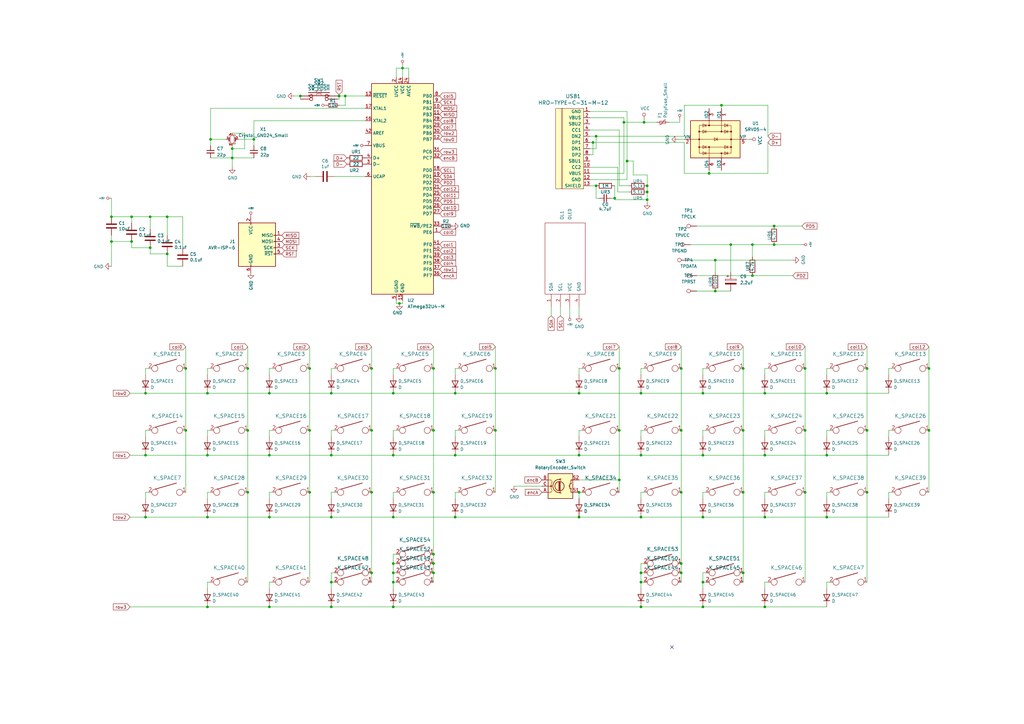
<source format=kicad_sch>
(kicad_sch (version 20230121) (generator eeschema)
  (paper "A3")
  (junction (at 101.6 201.93))
  (junction (at 243.205 58.42))
  (junction (at 161.29 248.92))
  (junction (at 177.8 176.53))
  (junction (at 255.905 50.165))
  (junction (at 152.4 151.13))
  (junction (at 45.72 88.9))
  (junction (at 279.4 201.93))
  (junction (at 265.43 76.2))
  (junction (at 110.49 212.09))
  (junction (at 123.19 39.37))
  (junction (at 163.83 124.46))
  (junction (at 161.29 231.14))
  (junction (at 262.89 212.09))
  (junction (at 317.5 92.71))
  (junction (at 186.69 186.69))
  (junction (at 339.09 212.09))
  (junction (at 135.89 186.69))
  (junction (at 139.065 39.37))
  (junction (at 308.61 100.33))
  (junction (at 254 196.85))
  (junction (at 76.2 176.53))
  (junction (at 85.09 212.09))
  (junction (at 304.8 201.93))
  (junction (at 161.29 212.09))
  (junction (at 203.2 151.13))
  (junction (at 288.29 212.09))
  (junction (at 127 151.13))
  (junction (at 61.595 88.9))
  (junction (at 53.975 88.9))
  (junction (at 85.09 161.29))
  (junction (at 313.69 161.29))
  (junction (at 110.49 161.29))
  (junction (at 203.2 176.53))
  (junction (at 288.29 238.76))
  (junction (at 59.69 212.09))
  (junction (at 313.69 212.09))
  (junction (at 59.69 186.69))
  (junction (at 262.89 161.29))
  (junction (at 313.69 248.92))
  (junction (at 165.1 27.94))
  (junction (at 59.69 161.29))
  (junction (at 293.37 119.38))
  (junction (at 152.4 176.53))
  (junction (at 95.25 64.77))
  (junction (at 152.4 201.93))
  (junction (at 381 176.53))
  (junction (at 339.09 161.29))
  (junction (at 135.89 212.09))
  (junction (at 237.49 161.29))
  (junction (at 381 151.13))
  (junction (at 237.49 201.93))
  (junction (at 288.29 248.92))
  (junction (at 244.475 76.2))
  (junction (at 68.58 104.14))
  (junction (at 53.975 99.06))
  (junction (at 252.095 81.28))
  (junction (at 161.29 238.76))
  (junction (at 110.49 248.92))
  (junction (at 293.37 106.68))
  (junction (at 288.29 186.69))
  (junction (at 330.2 201.93))
  (junction (at 86.36 57.15))
  (junction (at 295.91 43.18))
  (junction (at 141.605 39.37))
  (junction (at 265.43 81.915))
  (junction (at 355.6 176.53))
  (junction (at 68.58 88.9))
  (junction (at 313.69 186.69))
  (junction (at 290.83 71.12))
  (junction (at 135.89 161.29))
  (junction (at 186.69 212.09))
  (junction (at 101.6 176.53))
  (junction (at 265.43 78.74))
  (junction (at 135.89 238.76))
  (junction (at 135.89 248.92))
  (junction (at 61.595 101.6))
  (junction (at 257.175 66.04))
  (junction (at 110.49 186.69))
  (junction (at 177.8 231.14))
  (junction (at 279.4 231.14))
  (junction (at 45.72 99.06))
  (junction (at 85.09 186.69))
  (junction (at 262.89 186.69))
  (junction (at 330.2 151.13))
  (junction (at 304.8 151.13))
  (junction (at 76.2 151.13))
  (junction (at 254 151.13))
  (junction (at 262.89 238.76))
  (junction (at 288.29 161.29))
  (junction (at 262.89 248.92))
  (junction (at 177.8 234.95))
  (junction (at 127 201.93))
  (junction (at 304.8 176.53))
  (junction (at 317.5 100.33))
  (junction (at 262.89 234.95))
  (junction (at 186.69 161.29))
  (junction (at 299.72 100.33))
  (junction (at 177.8 151.13))
  (junction (at 161.29 161.29))
  (junction (at 127 176.53))
  (junction (at 330.2 176.53))
  (junction (at 161.29 186.69))
  (junction (at 279.4 176.53))
  (junction (at 177.8 227.33))
  (junction (at 279.4 151.13))
  (junction (at 95.25 60.96))
  (junction (at 264.16 50.165))
  (junction (at 161.29 234.95))
  (junction (at 152.4 234.95))
  (junction (at 104.14 57.15))
  (junction (at 339.09 186.69))
  (junction (at 85.09 248.92))
  (junction (at 101.6 151.13))
  (junction (at 254 176.53))
  (junction (at 279.4 234.95))
  (junction (at 304.8 234.95))
  (junction (at 237.49 212.09))
  (junction (at 355.6 201.93))
  (junction (at 308.61 113.03))
  (junction (at 355.6 151.13))
  (junction (at 177.8 201.93))
  (junction (at 244.475 55.88))
  (junction (at 237.49 186.69))
  (no_connect (at 275.59 265.43))
  (wire (pts (xy 95.25 64.77) (xy 104.14 64.77)))
  (wire (pts (xy 304.8 176.53) (xy 304.8 151.13)))
  (wire (pts (xy 104.14 59.69) (xy 104.14 57.15)))
  (wire (pts (xy 161.29 186.69) (xy 186.69 186.69)))
  (wire (pts (xy 104.14 57.15) (xy 104.14 49.53)))
  (wire (pts (xy 280.67 43.18) (xy 280.67 55.88)))
  (wire (pts (xy 135.89 201.93) (xy 135.89 204.47)))
  (wire (pts (xy 283.21 100.33) (xy 299.72 100.33)))
  (wire (pts (xy 161.29 227.33) (xy 161.29 231.14)))
  (wire (pts (xy 241.935 55.88) (xy 244.475 55.88)))
  (wire (pts (xy 86.36 176.53) (xy 85.09 176.53)))
  (wire (pts (xy 110.49 186.69) (xy 135.89 186.69)))
  (wire (pts (xy 162.56 31.75) (xy 162.56 27.94)))
  (wire (pts (xy 308.61 100.33) (xy 308.61 105.41)))
  (wire (pts (xy 53.975 91.44) (xy 53.975 88.9)))
  (wire (pts (xy 279.4 201.93) (xy 279.4 231.14)))
  (wire (pts (xy 53.34 161.29) (xy 59.69 161.29)))
  (wire (pts (xy 313.69 176.53) (xy 313.69 179.07)))
  (wire (pts (xy 59.69 201.93) (xy 60.96 201.93)))
  (wire (pts (xy 85.09 176.53) (xy 85.09 179.07)))
  (wire (pts (xy 45.72 96.52) (xy 45.72 99.06)))
  (wire (pts (xy 95.25 59.69) (xy 95.25 60.96)))
  (wire (pts (xy 250.825 81.28) (xy 252.095 81.28)))
  (wire (pts (xy 265.43 78.74) (xy 265.43 76.2)))
  (wire (pts (xy 330.2 142.24) (xy 330.2 151.13)))
  (wire (pts (xy 339.09 238.76) (xy 339.09 241.3)))
  (wire (pts (xy 274.32 50.165) (xy 278.765 50.165)))
  (wire (pts (xy 162.56 201.93) (xy 161.29 201.93)))
  (wire (pts (xy 135.89 151.13) (xy 135.89 153.67)))
  (wire (pts (xy 123.19 39.37) (xy 120.65 39.37)))
  (wire (pts (xy 299.72 100.33) (xy 299.72 111.76)))
  (wire (pts (xy 187.96 151.13) (xy 186.69 151.13)))
  (wire (pts (xy 285.75 113.03) (xy 308.61 113.03)))
  (wire (pts (xy 278.765 50.165) (xy 278.765 48.895)))
  (wire (pts (xy 279.4 231.14) (xy 279.4 234.95)))
  (wire (pts (xy 86.36 151.13) (xy 85.09 151.13)))
  (wire (pts (xy 253.365 78.74) (xy 253.365 68.58)))
  (wire (pts (xy 74.93 109.22) (xy 68.58 109.22)))
  (wire (pts (xy 137.16 151.13) (xy 135.89 151.13)))
  (wire (pts (xy 162.56 231.14) (xy 161.29 231.14)))
  (wire (pts (xy 137.16 238.76) (xy 135.89 238.76)))
  (wire (pts (xy 289.56 201.93) (xy 288.29 201.93)))
  (wire (pts (xy 304.8 201.93) (xy 304.8 234.95)))
  (wire (pts (xy 59.69 212.09) (xy 85.09 212.09)))
  (wire (pts (xy 186.69 201.93) (xy 186.69 204.47)))
  (wire (pts (xy 152.4 201.93) (xy 152.4 176.53)))
  (wire (pts (xy 241.935 48.26) (xy 255.905 48.26)))
  (wire (pts (xy 279.4 176.53) (xy 279.4 201.93)))
  (wire (pts (xy 255.905 50.165) (xy 255.905 71.12)))
  (wire (pts (xy 244.475 60.96) (xy 244.475 55.88)))
  (wire (pts (xy 203.2 201.93) (xy 203.2 176.53)))
  (wire (pts (xy 314.96 201.93) (xy 313.69 201.93)))
  (wire (pts (xy 264.16 238.76) (xy 262.89 238.76)))
  (wire (pts (xy 95.25 54.61) (xy 100.33 54.61)))
  (wire (pts (xy 111.76 201.93) (xy 110.49 201.93)))
  (wire (pts (xy 288.29 151.13) (xy 288.29 153.67)))
  (wire (pts (xy 139.065 39.37) (xy 138.43 39.37)))
  (wire (pts (xy 355.6 201.93) (xy 355.6 238.76)))
  (wire (pts (xy 237.49 151.13) (xy 237.49 153.67)))
  (wire (pts (xy 135.89 238.76) (xy 135.89 241.3)))
  (wire (pts (xy 68.58 96.52) (xy 68.58 88.9)))
  (wire (pts (xy 252.095 81.28) (xy 252.095 76.2)))
  (wire (pts (xy 313.69 151.13) (xy 313.69 153.67)))
  (wire (pts (xy 53.34 186.69) (xy 59.69 186.69)))
  (wire (pts (xy 110.49 238.76) (xy 110.49 241.3)))
  (wire (pts (xy 165.1 27.94) (xy 165.1 31.75)))
  (wire (pts (xy 289.56 176.53) (xy 288.29 176.53)))
  (wire (pts (xy 127 176.53) (xy 127 151.13)))
  (wire (pts (xy 339.09 151.13) (xy 339.09 153.67)))
  (wire (pts (xy 255.905 48.26) (xy 255.905 50.165)))
  (wire (pts (xy 257.175 66.04) (xy 257.175 45.72)))
  (wire (pts (xy 244.475 76.2) (xy 244.475 81.28)))
  (wire (pts (xy 186.69 212.09) (xy 237.49 212.09)))
  (wire (pts (xy 259.715 66.04) (xy 259.715 71.755)))
  (wire (pts (xy 364.49 151.13) (xy 364.49 153.67)))
  (wire (pts (xy 237.49 176.53) (xy 237.49 179.07)))
  (wire (pts (xy 95.25 60.96) (xy 95.25 64.77)))
  (wire (pts (xy 288.29 234.95) (xy 288.29 238.76)))
  (wire (pts (xy 229.87 129.54) (xy 229.87 125.73)))
  (wire (pts (xy 264.16 231.14) (xy 262.89 231.14)))
  (wire (pts (xy 162.56 123.19) (xy 162.56 124.46)))
  (wire (pts (xy 288.29 161.29) (xy 313.69 161.29)))
  (wire (pts (xy 138.43 40.64) (xy 139.065 40.64)))
  (wire (pts (xy 317.5 100.33) (xy 328.93 100.33)))
  (wire (pts (xy 308.61 113.03) (xy 325.12 113.03)))
  (wire (pts (xy 152.4 201.93) (xy 152.4 234.95)))
  (wire (pts (xy 339.09 212.09) (xy 364.49 212.09)))
  (wire (pts (xy 288.29 186.69) (xy 313.69 186.69)))
  (wire (pts (xy 162.56 124.46) (xy 163.83 124.46)))
  (wire (pts (xy 86.36 44.45) (xy 86.36 57.15)))
  (wire (pts (xy 141.605 43.18) (xy 139.065 43.18)))
  (wire (pts (xy 85.09 238.76) (xy 85.09 241.3)))
  (wire (pts (xy 314.96 176.53) (xy 313.69 176.53)))
  (wire (pts (xy 257.81 78.74) (xy 253.365 78.74)))
  (wire (pts (xy 161.29 248.92) (xy 262.89 248.92)))
  (wire (pts (xy 177.8 227.33) (xy 177.8 231.14)))
  (wire (pts (xy 238.76 151.13) (xy 237.49 151.13)))
  (wire (pts (xy 237.49 186.69) (xy 262.89 186.69)))
  (wire (pts (xy 101.6 201.93) (xy 101.6 176.53)))
  (wire (pts (xy 295.91 43.18) (xy 314.96 43.18)))
  (wire (pts (xy 137.16 201.93) (xy 135.89 201.93)))
  (wire (pts (xy 76.2 142.24) (xy 76.2 151.13)))
  (wire (pts (xy 262.89 186.69) (xy 288.29 186.69)))
  (wire (pts (xy 45.72 99.06) (xy 45.72 109.22)))
  (wire (pts (xy 340.36 151.13) (xy 339.09 151.13)))
  (wire (pts (xy 127 201.93) (xy 127 176.53)))
  (wire (pts (xy 186.69 176.53) (xy 186.69 179.07)))
  (wire (pts (xy 290.83 69.85) (xy 290.83 71.12)))
  (wire (pts (xy 244.475 81.28) (xy 245.745 81.28)))
  (wire (pts (xy 139.065 40.64) (xy 139.065 39.37)))
  (wire (pts (xy 162.56 238.76) (xy 161.29 238.76)))
  (wire (pts (xy 161.29 231.14) (xy 161.29 234.95)))
  (wire (pts (xy 161.29 201.93) (xy 161.29 204.47)))
  (wire (pts (xy 288.29 176.53) (xy 288.29 179.07)))
  (wire (pts (xy 253.365 68.58) (xy 241.935 68.58)))
  (wire (pts (xy 237.49 129.54) (xy 237.49 125.73)))
  (wire (pts (xy 237.49 161.29) (xy 262.89 161.29)))
  (wire (pts (xy 59.69 176.53) (xy 59.69 179.07)))
  (wire (pts (xy 85.09 161.29) (xy 110.49 161.29)))
  (wire (pts (xy 252.095 81.915) (xy 265.43 81.915)))
  (wire (pts (xy 53.34 212.09) (xy 59.69 212.09)))
  (wire (pts (xy 254 53.34) (xy 241.935 53.34)))
  (wire (pts (xy 243.205 58.42) (xy 280.67 58.42)))
  (wire (pts (xy 254 176.53) (xy 254 196.85)))
  (wire (pts (xy 161.29 238.76) (xy 161.29 241.3)))
  (wire (pts (xy 139.065 38.735) (xy 139.065 39.37)))
  (wire (pts (xy 264.16 48.895) (xy 264.16 50.165)))
  (wire (pts (xy 110.49 161.29) (xy 135.89 161.29)))
  (wire (pts (xy 279.4 176.53) (xy 279.4 151.13)))
  (wire (pts (xy 233.68 129.54) (xy 233.68 125.73)))
  (wire (pts (xy 97.79 57.15) (xy 104.14 57.15)))
  (wire (pts (xy 86.36 59.69) (xy 86.36 57.15)))
  (wire (pts (xy 293.37 106.68) (xy 325.12 106.68)))
  (wire (pts (xy 141.605 39.37) (xy 141.605 43.18)))
  (wire (pts (xy 177.8 234.95) (xy 177.8 238.76)))
  (wire (pts (xy 85.09 186.69) (xy 110.49 186.69)))
  (wire (pts (xy 111.76 176.53) (xy 110.49 176.53)))
  (wire (pts (xy 85.09 201.93) (xy 85.09 204.47)))
  (wire (pts (xy 86.36 238.76) (xy 85.09 238.76)))
  (wire (pts (xy 149.86 44.45) (xy 86.36 44.45)))
  (wire (pts (xy 238.76 176.53) (xy 237.49 176.53)))
  (wire (pts (xy 244.475 55.88) (xy 280.67 55.88)))
  (wire (pts (xy 339.09 201.93) (xy 339.09 204.47)))
  (wire (pts (xy 255.905 71.12) (xy 241.935 71.12)))
  (wire (pts (xy 259.715 66.04) (xy 257.175 66.04)))
  (wire (pts (xy 162.56 176.53) (xy 161.29 176.53)))
  (wire (pts (xy 259.715 71.755) (xy 265.43 71.755)))
  (wire (pts (xy 135.89 234.95) (xy 135.89 238.76)))
  (wire (pts (xy 281.94 106.68) (xy 293.37 106.68)))
  (wire (pts (xy 340.36 238.76) (xy 339.09 238.76)))
  (wire (pts (xy 161.29 151.13) (xy 161.29 153.67)))
  (wire (pts (xy 365.76 176.53) (xy 364.49 176.53)))
  (wire (pts (xy 262.89 238.76) (xy 262.89 241.3)))
  (wire (pts (xy 304.8 201.93) (xy 304.8 176.53)))
  (wire (pts (xy 264.16 151.13) (xy 262.89 151.13)))
  (wire (pts (xy 161.29 234.95) (xy 161.29 238.76)))
  (wire (pts (xy 85.09 151.13) (xy 85.09 153.67)))
  (wire (pts (xy 280.67 58.42) (xy 280.67 71.12)))
  (wire (pts (xy 304.8 142.24) (xy 304.8 151.13)))
  (wire (pts (xy 285.75 119.38) (xy 293.37 119.38)))
  (wire (pts (xy 306.07 57.15) (xy 307.34 57.15)))
  (wire (pts (xy 167.64 27.94) (xy 165.1 27.94)))
  (wire (pts (xy 241.935 76.2) (xy 244.475 76.2)))
  (wire (pts (xy 289.56 151.13) (xy 288.29 151.13)))
  (wire (pts (xy 76.2 176.53) (xy 76.2 201.93)))
  (wire (pts (xy 314.96 43.18) (xy 314.96 55.88)))
  (wire (pts (xy 59.69 151.13) (xy 59.69 153.67)))
  (wire (pts (xy 127 72.39) (xy 129.54 72.39)))
  (wire (pts (xy 59.69 186.69) (xy 85.09 186.69)))
  (wire (pts (xy 317.5 92.71) (xy 328.93 92.71)))
  (wire (pts (xy 74.93 101.6) (xy 74.93 88.9)))
  (wire (pts (xy 257.175 73.66) (xy 241.935 73.66)))
  (wire (pts (xy 101.6 176.53) (xy 101.6 151.13)))
  (wire (pts (xy 262.89 161.29) (xy 288.29 161.29)))
  (wire (pts (xy 308.61 100.33) (xy 317.5 100.33)))
  (wire (pts (xy 101.6 201.93) (xy 101.6 238.76)))
  (wire (pts (xy 177.8 231.14) (xy 177.8 234.95)))
  (wire (pts (xy 290.83 71.12) (xy 314.96 71.12)))
  (wire (pts (xy 123.19 39.37) (xy 123.19 40.64)))
  (wire (pts (xy 135.89 212.09) (xy 161.29 212.09)))
  (wire (pts (xy 86.36 57.15) (xy 92.71 57.15)))
  (wire (pts (xy 86.36 201.93) (xy 85.09 201.93)))
  (wire (pts (xy 162.56 151.13) (xy 161.29 151.13)))
  (wire (pts (xy 254 176.53) (xy 254 151.13)))
  (wire (pts (xy 59.69 204.47) (xy 59.69 201.93)))
  (wire (pts (xy 139.065 39.37) (xy 141.605 39.37)))
  (wire (pts (xy 137.16 176.53) (xy 135.89 176.53)))
  (wire (pts (xy 252.095 81.28) (xy 252.095 81.915)))
  (wire (pts (xy 257.81 76.2) (xy 254 76.2)))
  (wire (pts (xy 59.69 161.29) (xy 85.09 161.29)))
  (wire (pts (xy 313.69 238.76) (xy 313.69 241.3)))
  (wire (pts (xy 111.76 238.76) (xy 110.49 238.76)))
  (wire (pts (xy 210.82 199.39) (xy 222.25 199.39)))
  (wire (pts (xy 262.89 201.93) (xy 262.89 204.47)))
  (wire (pts (xy 381 142.24) (xy 381 151.13)))
  (wire (pts (xy 68.58 104.14) (xy 61.595 104.14)))
  (wire (pts (xy 314.96 151.13) (xy 313.69 151.13)))
  (wire (pts (xy 255.905 50.165) (xy 264.16 50.165)))
  (wire (pts (xy 110.49 248.92) (xy 135.89 248.92)))
  (wire (pts (xy 68.58 88.9) (xy 74.93 88.9)))
  (wire (pts (xy 264.16 50.165) (xy 269.24 50.165)))
  (wire (pts (xy 254 196.85) (xy 254 201.93)))
  (wire (pts (xy 313.69 186.69) (xy 339.09 186.69)))
  (wire (pts (xy 237.49 196.85) (xy 254 196.85)))
  (wire (pts (xy 161.29 176.53) (xy 161.29 179.07)))
  (wire (pts (xy 241.935 45.72) (xy 257.175 45.72)))
  (wire (pts (xy 339.09 176.53) (xy 339.09 179.07)))
  (wire (pts (xy 285.75 92.71) (xy 317.5 92.71)))
  (wire (pts (xy 278.13 57.15) (xy 280.67 57.15)))
  (wire (pts (xy 162.56 227.33) (xy 161.29 227.33)))
  (wire (pts (xy 364.49 176.53) (xy 364.49 179.07)))
  (wire (pts (xy 161.29 212.09) (xy 186.69 212.09)))
  (wire (pts (xy 365.76 201.93) (xy 364.49 201.93)))
  (wire (pts (xy 165.1 124.46) (xy 163.83 124.46)))
  (wire (pts (xy 293.37 106.68) (xy 293.37 111.76)))
  (wire (pts (xy 161.29 161.29) (xy 186.69 161.29)))
  (wire (pts (xy 152.4 234.95) (xy 152.4 238.76)))
  (wire (pts (xy 314.96 238.76) (xy 313.69 238.76)))
  (wire (pts (xy 165.1 26.67) (xy 165.1 27.94)))
  (wire (pts (xy 293.37 119.38) (xy 299.72 119.38)))
  (wire (pts (xy 330.2 201.93) (xy 330.2 238.76)))
  (wire (pts (xy 288.29 212.09) (xy 313.69 212.09)))
  (wire (pts (xy 61.595 104.14) (xy 61.595 101.6)))
  (wire (pts (xy 60.96 151.13) (xy 59.69 151.13)))
  (wire (pts (xy 288.29 248.92) (xy 313.69 248.92)))
  (wire (pts (xy 110.49 212.09) (xy 135.89 212.09)))
  (wire (pts (xy 137.16 72.39) (xy 149.86 72.39)))
  (wire (pts (xy 288.29 238.76) (xy 288.29 241.3)))
  (wire (pts (xy 241.935 58.42) (xy 243.205 58.42)))
  (wire (pts (xy 339.09 186.69) (xy 364.49 186.69)))
  (wire (pts (xy 262.89 176.53) (xy 262.89 179.07)))
  (wire (pts (xy 330.2 201.93) (xy 330.2 176.53)))
  (wire (pts (xy 288.29 201.93) (xy 288.29 204.47)))
  (wire (pts (xy 167.64 31.75) (xy 167.64 27.94)))
  (wire (pts (xy 313.69 161.29) (xy 339.09 161.29)))
  (wire (pts (xy 265.43 81.915) (xy 265.43 83.185)))
  (wire (pts (xy 203.2 142.24) (xy 203.2 151.13)))
  (wire (pts (xy 262.89 231.14) (xy 262.89 234.95)))
  (wire (pts (xy 162.56 27.94) (xy 165.1 27.94)))
  (wire (pts (xy 85.09 212.09) (xy 110.49 212.09)))
  (wire (pts (xy 165.1 123.19) (xy 165.1 124.46)))
  (wire (pts (xy 111.76 151.13) (xy 110.49 151.13)))
  (wire (pts (xy 177.8 176.53) (xy 177.8 151.13)))
  (wire (pts (xy 226.06 129.54) (xy 226.06 125.73)))
  (wire (pts (xy 265.43 71.755) (xy 265.43 76.2)))
  (wire (pts (xy 262.89 248.92) (xy 288.29 248.92)))
  (wire (pts (xy 104.14 49.53) (xy 149.86 49.53)))
  (wire (pts (xy 101.6 142.24) (xy 101.6 151.13)))
  (wire (pts (xy 127 142.24) (xy 127 151.13)))
  (wire (pts (xy 152.4 142.24) (xy 152.4 151.13)))
  (wire (pts (xy 60.96 176.53) (xy 59.69 176.53)))
  (wire (pts (xy 76.2 176.53) (xy 76.2 151.13)))
  (wire (pts (xy 45.72 88.9) (xy 45.72 81.28)))
  (wire (pts (xy 313.69 201.93) (xy 313.69 204.47)))
  (wire (pts (xy 127 201.93) (xy 127 238.76)))
  (wire (pts (xy 187.96 201.93) (xy 186.69 201.93)))
  (wire (pts (xy 162.56 234.95) (xy 161.29 234.95)))
  (wire (pts (xy 203.2 176.53) (xy 203.2 151.13)))
  (wire (pts (xy 330.2 176.53) (xy 330.2 151.13)))
  (wire (pts (xy 237.49 212.09) (xy 262.89 212.09)))
  (wire (pts (xy 280.67 43.18) (xy 295.91 43.18)))
  (wire (pts (xy 364.49 201.93) (xy 364.49 204.47)))
  (wire (pts (xy 289.56 234.95) (xy 288.29 234.95)))
  (wire (pts (xy 152.4 176.53) (xy 152.4 151.13)))
  (wire (pts (xy 241.935 63.5) (xy 243.205 63.5)))
  (wire (pts (xy 264.16 176.53) (xy 262.89 176.53)))
  (wire (pts (xy 257.175 73.66) (xy 257.175 66.04)))
  (wire (pts (xy 61.595 93.98) (xy 61.595 88.9)))
  (wire (pts (xy 355.6 176.53) (xy 355.6 151.13)))
  (wire (pts (xy 289.56 238.76) (xy 288.29 238.76)))
  (wire (pts (xy 177.8 201.93) (xy 177.8 227.33)))
  (wire (pts (xy 339.09 161.29) (xy 364.49 161.29)))
  (wire (pts (xy 243.205 63.5) (xy 243.205 58.42)))
  (wire (pts (xy 365.76 151.13) (xy 364.49 151.13)))
  (wire (pts (xy 264.16 201.93) (xy 262.89 201.93)))
  (wire (pts (xy 86.36 64.77) (xy 95.25 64.77)))
  (wire (pts (xy 110.49 201.93) (xy 110.49 204.47)))
  (wire (pts (xy 186.69 161.29) (xy 237.49 161.29)))
  (wire (pts (xy 238.76 201.93) (xy 237.49 201.93)))
  (wire (pts (xy 95.25 64.77) (xy 95.25 68.58)))
  (wire (pts (xy 53.34 248.92) (xy 85.09 248.92)))
  (wire (pts (xy 110.49 176.53) (xy 110.49 179.07)))
  (wire (pts (xy 53.975 101.6) (xy 61.595 101.6)))
  (wire (pts (xy 304.8 234.95) (xy 304.8 238.76)))
  (wire (pts (xy 262.89 234.95) (xy 262.89 238.76)))
  (wire (pts (xy 279.4 142.24) (xy 279.4 151.13)))
  (wire (pts (xy 314.96 58.42) (xy 314.96 71.12)))
  (wire (pts (xy 355.6 142.24) (xy 355.6 151.13)))
  (wire (pts (xy 100.33 60.96) (xy 95.25 60.96)))
  (wire (pts (xy 137.16 234.95) (xy 135.89 234.95)))
  (wire (pts (xy 262.89 151.13) (xy 262.89 153.67)))
  (wire (pts (xy 61.595 88.9) (xy 68.58 88.9)))
  (wire (pts (xy 280.67 71.12) (xy 290.83 71.12)))
  (wire (pts (xy 299.72 100.33) (xy 308.61 100.33)))
  (wire (pts (xy 135.89 186.69) (xy 161.29 186.69)))
  (wire (pts (xy 85.09 248.92) (xy 110.49 248.92)))
  (wire (pts (xy 313.69 212.09) (xy 339.09 212.09)))
  (wire (pts (xy 241.935 60.96) (xy 244.475 60.96)))
  (wire (pts (xy 53.975 88.9) (xy 61.595 88.9)))
  (wire (pts (xy 265.43 78.74) (xy 265.43 81.915)))
  (wire (pts (xy 355.6 201.93) (xy 355.6 176.53)))
  (wire (pts (xy 135.89 176.53) (xy 135.89 179.07)))
  (wire (pts (xy 381 176.53) (xy 381 201.93)))
  (wire (pts (xy 135.89 161.29) (xy 161.29 161.29)))
  (wire (pts (xy 135.89 248.92) (xy 161.29 248.92)))
  (wire (pts (xy 254 142.24) (xy 254 151.13)))
  (wire (pts (xy 264.16 234.95) (xy 262.89 234.95)))
  (wire (pts (xy 237.49 201.93) (xy 237.49 204.47)))
  (wire (pts (xy 68.58 109.22) (xy 68.58 104.14)))
  (wire (pts (xy 340.36 201.93) (xy 339.09 201.93)))
  (wire (pts (xy 100.33 54.61) (xy 100.33 60.96)))
  (wire (pts (xy 279.4 238.76) (xy 279.4 234.95)))
  (wire (pts (xy 177.8 142.24) (xy 177.8 151.13)))
  (wire (pts (xy 110.49 151.13) (xy 110.49 153.67)))
  (wire (pts (xy 262.89 212.09) (xy 288.29 212.09)))
  (wire (pts (xy 53.975 99.06) (xy 53.975 101.6)))
  (wire (pts (xy 45.72 88.9) (xy 53.975 88.9)))
  (wire (pts (xy 186.69 186.69) (xy 237.49 186.69)))
  (wire (pts (xy 295.91 43.18) (xy 295.91 44.45)))
  (wire (pts (xy 313.69 248.92) (xy 339.09 248.92)))
  (wire (pts (xy 141.605 39.37) (xy 149.86 39.37)))
  (wire (pts (xy 186.69 151.13) (xy 186.69 153.67)))
  (wire (pts (xy 187.96 176.53) (xy 186.69 176.53)))
  (wire (pts (xy 177.8 201.93) (xy 177.8 176.53)))
  (wire (pts (xy 381 176.53) (xy 381 151.13)))
  (wire (pts (xy 254 76.2) (xy 254 53.34)))
  (wire (pts (xy 340.36 176.53) (xy 339.09 176.53)))
  (wire (pts (xy 45.72 99.06) (xy 53.975 99.06)))
  (global_label "row0" (shape input) (at 53.34 161.29 180) (property "Intersheetrefs" "${INTERSHEET_REFS}" (effects hide)))
  (global_label "row2" (shape input) (at 180.34 54.61 0) (property "Intersheetrefs" "${INTERSHEET_REFS}" (effects hide)))
  (global_label "col5" (shape input) (at 180.34 39.37 0) (property "Intersheetrefs" "${INTERSHEET_REFS}" (effects hide)))
  (global_label "col0" (shape input) (at 180.34 95.25 0) (property "Intersheetrefs" "${INTERSHEET_REFS}" (effects hide)))
  (global_label "SCL" (shape input) (at 180.34 69.85 0) (property "Intersheetrefs" "${INTERSHEET_REFS}" (effects hide)))
  (global_label "col11" (shape input) (at 180.34 80.01 0) (property "Intersheetrefs" "${INTERSHEET_REFS}" (effects hide)))
  (global_label "SDA" (shape input) (at 226.06 129.54 270) (property "Intersheetrefs" "${INTERSHEET_REFS}" (effects hide)))
  (global_label "col9" (shape input) (at 180.34 87.63 0) (property "Intersheetrefs" "${INTERSHEET_REFS}" (effects hide)))
  (global_label "col1" (shape input) (at 101.6 142.24 180) (property "Intersheetrefs" "${INTERSHEET_REFS}" (effects hide)))
  (global_label "MOSI" (shape input) (at 115.57 99.06 0) (property "Intersheetrefs" "${INTERSHEET_REFS}" (effects hide)))
  (global_label "SDA" (shape input) (at 180.34 72.39 0) (property "Intersheetrefs" "${INTERSHEET_REFS}" (effects hide)))
  (global_label "col12" (shape input) (at 180.34 77.47 0) (property "Intersheetrefs" "${INTERSHEET_REFS}" (effects hide)))
  (global_label "col4" (shape input) (at 177.8 142.24 180) (property "Intersheetrefs" "${INTERSHEET_REFS}" (effects hide)))
  (global_label "SCK" (shape input) (at 180.34 41.91 0) (property "Intersheetrefs" "${INTERSHEET_REFS}" (effects hide)))
  (global_label "col9" (shape input) (at 304.8 142.24 180) (property "Intersheetrefs" "${INTERSHEET_REFS}" (effects hide)))
  (global_label "PD5" (shape input) (at 180.34 82.55 0) (property "Intersheetrefs" "${INTERSHEET_REFS}" (effects hide)))
  (global_label "MISO" (shape input) (at 180.34 46.99 0) (property "Intersheetrefs" "${INTERSHEET_REFS}" (effects hide)))
  (global_label "col4" (shape input) (at 180.34 107.95 0) (property "Intersheetrefs" "${INTERSHEET_REFS}" (effects hide)))
  (global_label "col11" (shape input) (at 355.6 142.24 180) (property "Intersheetrefs" "${INTERSHEET_REFS}" (effects hide)))
  (global_label "col12" (shape input) (at 381 142.24 180) (property "Intersheetrefs" "${INTERSHEET_REFS}" (effects hide)))
  (global_label "col7" (shape input) (at 180.34 52.07 0) (property "Intersheetrefs" "${INTERSHEET_REFS}" (effects hide)))
  (global_label "col8" (shape input) (at 279.4 142.24 180) (property "Intersheetrefs" "${INTERSHEET_REFS}" (effects hide)))
  (global_label "col8" (shape input) (at 180.34 49.53 0) (property "Intersheetrefs" "${INTERSHEET_REFS}" (effects hide)))
  (global_label "D+" (shape input) (at 314.96 58.42 0) (property "Intersheetrefs" "${INTERSHEET_REFS}" (effects hide)))
  (global_label "encB" (shape input) (at 180.34 64.77 0) (property "Intersheetrefs" "${INTERSHEET_REFS}" (effects hide)))
  (global_label "col5" (shape input) (at 203.2 142.24 180) (property "Intersheetrefs" "${INTERSHEET_REFS}" (effects hide)))
  (global_label "D-" (shape input) (at 314.96 55.88 0) (property "Intersheetrefs" "${INTERSHEET_REFS}" (effects hide)))
  (global_label "PD2" (shape input) (at 325.12 113.03 0) (property "Intersheetrefs" "${INTERSHEET_REFS}" (effects hide)))
  (global_label "row2" (shape input) (at 53.34 212.09 180) (property "Intersheetrefs" "${INTERSHEET_REFS}" (effects hide)))
  (global_label "PD2" (shape input) (at 180.34 74.93 0) (property "Intersheetrefs" "${INTERSHEET_REFS}" (effects hide)))
  (global_label "col10" (shape input) (at 330.2 142.24 180) (property "Intersheetrefs" "${INTERSHEET_REFS}" (effects hide)))
  (global_label "encA" (shape input) (at 180.34 113.03 0) (property "Intersheetrefs" "${INTERSHEET_REFS}" (effects hide)))
  (global_label "D-" (shape input) (at 142.24 67.31 180) (property "Intersheetrefs" "${INTERSHEET_REFS}" (effects hide)))
  (global_label "row1" (shape input) (at 53.34 186.69 180) (property "Intersheetrefs" "${INTERSHEET_REFS}" (effects hide)))
  (global_label "encB" (shape input) (at 222.25 196.85 180) (property "Intersheetrefs" "${INTERSHEET_REFS}" (effects hide)))
  (global_label "row1" (shape input) (at 180.34 110.49 0) (property "Intersheetrefs" "${INTERSHEET_REFS}" (effects hide)))
  (global_label "col1" (shape input) (at 180.34 100.33 0) (property "Intersheetrefs" "${INTERSHEET_REFS}" (effects hide)))
  (global_label "col3" (shape input) (at 180.34 105.41 0) (property "Intersheetrefs" "${INTERSHEET_REFS}" (effects hide)))
  (global_label "D+" (shape input) (at 142.24 64.77 180) (property "Intersheetrefs" "${INTERSHEET_REFS}" (effects hide)))
  (global_label "row3" (shape input) (at 180.34 62.23 0) (property "Intersheetrefs" "${INTERSHEET_REFS}" (effects hide)))
  (global_label "col10" (shape input) (at 180.34 85.09 0) (property "Intersheetrefs" "${INTERSHEET_REFS}" (effects hide)))
  (global_label "col2" (shape input) (at 127 142.24 180) (property "Intersheetrefs" "${INTERSHEET_REFS}" (effects hide)))
  (global_label "RST" (shape input) (at 115.57 104.14 0) (property "Intersheetrefs" "${INTERSHEET_REFS}" (effects hide)))
  (global_label "encA" (shape input) (at 222.25 201.93 180) (property "Intersheetrefs" "${INTERSHEET_REFS}" (effects hide)))
  (global_label "SCK" (shape input) (at 115.57 101.6 0) (property "Intersheetrefs" "${INTERSHEET_REFS}" (effects hide)))
  (global_label "col7" (shape input) (at 254 142.24 180) (property "Intersheetrefs" "${INTERSHEET_REFS}" (effects hide)))
  (global_label "row3" (shape input) (at 53.34 248.92 180) (property "Intersheetrefs" "${INTERSHEET_REFS}" (effects hide)))
  (global_label "col0" (shape input) (at 76.2 142.24 180) (property "Intersheetrefs" "${INTERSHEET_REFS}" (effects hide)))
  (global_label "SCL" (shape input) (at 229.87 129.54 270) (property "Intersheetrefs" "${INTERSHEET_REFS}" (effects hide)))
  (global_label "col2" (shape input) (at 180.34 102.87 0) (property "Intersheetrefs" "${INTERSHEET_REFS}" (effects hide)))
  (global_label "row0" (shape input) (at 180.34 57.15 0) (property "Intersheetrefs" "${INTERSHEET_REFS}" (effects hide)))
  (global_label "PD5" (shape input) (at 328.93 92.71 0) (property "Intersheetrefs" "${INTERSHEET_REFS}" (effects hide)))
  (global_label "MISO" (shape input) (at 115.57 96.52 0) (property "Intersheetrefs" "${INTERSHEET_REFS}" (effects hide)))
  (global_label "RST" (shape input) (at 139.065 38.735 90) (property "Intersheetrefs" "${INTERSHEET_REFS}" (effects hide)))
  (global_label "col3" (shape input) (at 152.4 142.24 180) (property "Intersheetrefs" "${INTERSHEET_REFS}" (effects hide)))
  (global_label "MOSI" (shape input) (at 180.34 44.45 0) (property "Intersheetrefs" "${INTERSHEET_REFS}" (effects hide)))
  (symbol (lib_id "power:GND") (at 120.65 39.37 270) (unit 1)
    (property "Reference" "#PWR0109" (effects hide))
    (property "Value" "GND" (at 117.3988 39.497 90) (effects (justify right)))
  )
  (symbol (lib_id "keyboard_parts:KEYSW") (at 271.78 151.13 0) (unit 1)
    (property "Reference" "K_SPACE9" (at 271.78 145.2118 0) (effects (font (size 1.524 1.524))))
    (property "Value" "KEYSW" (effects hide))
    (property "Footprint" "MX_Only:MXOnly-1U-NoLED" (effects hide))
  )
  (symbol (lib_id "Device:D") (at 110.49 157.48 90) (unit 1)
    (property "Reference" "D_SPACE3" (at 112.4966 156.3116 90) (effects (justify right)))
    (property "Value" "D" (at 112.4966 158.877 90) (effects (justify right)))
    (property "Footprint" "Diode_SMD:D_SOD-123" (effects hide))
  )
  (symbol (lib_id "keyboard_parts:KEYSW") (at 170.18 234.95 0) (unit 1)
    (property "Reference" "K_SPACE49" (at 170.18 229.0318 0) (effects (font (size 1.524 1.524))))
    (property "Value" "KEYSW" (effects hide))
    (property "Footprint" "MX_Only:MXOnly-2U-ReversedStabilizers-NoLED" (effects hide))
  )
  (symbol (lib_id "keyboard_parts:KEYSW") (at 246.38 201.93 0) (unit 1)
    (property "Reference" "K_SPACE34" (at 246.38 196.0118 0) (effects (font (size 1.524 1.524))))
    (property "Value" "KEYSW" (effects hide))
    (property "Footprint" "MX_Only:MXOnly-1U-NoLED" (effects hide))
  )
  (symbol (lib_id "Device:D") (at 262.89 245.11 90) (unit 1)
    (property "Reference" "D_SPACE44" (at 264.8966 243.9416 90) (effects (justify right)))
    (property "Value" "D" (at 264.8966 246.507 90) (effects (justify right)))
    (property "Footprint" "Diode_SMD:D_SOD-123" (effects hide))
  )
  (symbol (lib_id "device:C_Small") (at 248.285 81.28 270) (unit 1)
    (property "Reference" "C0" (at 248.285 83.82 90))
    (property "Value" "4.7uF" (at 248.285 85.725 90))
    (property "Footprint" "Capacitor_SMD:C_0805_2012Metric_Pad1.18x1.45mm_HandSolder" (effects hide))
  )
  (symbol (lib_id "power:GND") (at 278.13 57.15 270) (unit 1)
    (property "Reference" "#PWR0118" (effects hide))
    (property "Value" "GND" (at 273.7358 57.277 0))
  )
  (symbol (lib_id "keyboard_parts:KEYSW") (at 246.38 151.13 0) (unit 1)
    (property "Reference" "K_SPACE8" (at 246.38 145.2118 0) (effects (font (size 1.524 1.524))))
    (property "Value" "KEYSW" (effects hide))
    (property "Footprint" "MX_Only:MXOnly-1U-NoLED" (effects hide))
  )
  (symbol (lib_id "kbd:OLED") (at 232.41 106.68 90) (unit 1)
    (property "Reference" "OL1" (at 230.505 90.17 0) (effects (font (size 1.2954 1.2954)) (justify left)))
    (property "Value" "OLED" (at 233.68 90.17 0) (effects (font (size 1.1938 1.1938)) (justify left)))
    (property "Footprint" "kbd:OLED_v2" (effects hide))
  )
  (symbol (lib_id "keyboard_parts:KEYSW") (at 322.58 151.13 0) (unit 1)
    (property "Reference" "K_SPACE11" (at 322.58 145.2118 0) (effects (font (size 1.524 1.524))))
    (property "Value" "KEYSW" (effects hide))
    (property "Footprint" "MX_Only:MXOnly-1U-NoLED" (effects hide))
  )
  (symbol (lib_id "Connector:TestPoint") (at 283.21 100.33 90) (unit 1)
    (property "Reference" "TP2" (at 279.908 93.98 90))
    (property "Value" "TPVCC" (at 279.908 96.52 90))
    (property "Footprint" "TestPoint:TestPoint_THTPad_1.0x1.0mm_Drill0.5mm" (effects hide))
  )
  (symbol (lib_id "keyboard_parts:KEYSW") (at 170.18 176.53 0) (unit 1)
    (property "Reference" "K_SPACE18" (at 170.18 170.6118 0) (effects (font (size 1.524 1.524))))
    (property "Value" "KEYSW" (effects hide))
    (property "Footprint" "MX_Only:MXOnly-1U-NoLED" (effects hide))
  )
  (symbol (lib_id "keyboard_parts:+5V") (at 165.1 26.67 0) (unit 1)
    (property "Reference" "#PWR0120" (effects hide))
    (property "Value" "+5V" (at 165.1 23.9268 90) (effects (font (size 0.762 0.762)) (justify left)))
  )
  (symbol (lib_id "Connector:TestPoint") (at 281.94 106.68 90) (unit 1)
    (property "Reference" "TP3" (at 278.638 100.33 90))
    (property "Value" "TPGND" (at 278.638 102.87 90))
    (property "Footprint" "TestPoint:TestPoint_THTPad_1.0x1.0mm_Drill0.5mm" (effects hide))
  )
  (symbol (lib_id "device:R") (at 293.37 115.57 180) (unit 1)
    (property "Reference" "UR8" (at 291.465 115.57 90))
    (property "Value" "100k" (at 293.37 115.57 90))
    (property "Footprint" "Resistor_SMD:R_0805_2012Metric_Pad1.20x1.40mm_HandSolder" (effects hide))
  )
  (symbol (lib_id "keyboard_parts:KEYSW") (at 322.58 176.53 0) (unit 1)
    (property "Reference" "K_SPACE24" (at 322.58 170.6118 0) (effects (font (size 1.524 1.524))))
    (property "Value" "KEYSW" (effects hide))
    (property "Footprint" "MX_Only:MXOnly-1U-NoLED" (effects hide))
  )
  (symbol (lib_id "MCU_Microchip_ATmega:ATmega32U4-M") (at 165.1 77.47 0) (unit 1)
    (property "Reference" "U2" (at 167.1194 123.19 0) (effects (justify left)))
    (property "Value" "ATmega32U4-M" (at 167.1194 125.73 0) (effects (justify left)))
    (property "Footprint" "Package_DFN_QFN:QFN-44-1EP_7x7mm_P0.5mm_EP5.2x5.2mm_ThermalVias" (effects hide))
    (property "Datasheet" "http://ww1.microchip.com/downloads/en/DeviceDoc/Atmel-7766-8-bit-AVR-ATmega16U4-32U4_Datasheet.pdf" (effects hide))
  )
  (symbol (lib_id "keyboard_parts:SW_PUSH") (at 130.81 40.64 0) (unit 1)
    (property "Reference" "SW2" (at 130.81 34.163 0))
    (property "Value" "SW_PUSH" (at 130.81 36.4744 0))
    (property "Footprint" "Button_Switch_SMD:SW_SPST_SKQG_WithoutStem" (effects hide))
  )
  (symbol (lib_id "power:GND") (at 265.43 83.185 0) (unit 1)
    (property "Reference" "#PWR0103" (effects hide))
    (property "Value" "GND" (at 265.557 87.5792 0))
  )
  (symbol (lib_id "device:C") (at 68.58 100.33 0) (unit 1)
    (property "Reference" "C4" (at 71.501 99.1616 0) (effects (justify left)))
    (property "Value" "0.1uf" (at 71.501 101.473 0) (effects (justify left)))
    (property "Footprint" "Capacitor_SMD:C_0805_2012Metric_Pad1.18x1.45mm_HandSolder" (effects hide))
  )
  (symbol (lib_id "Device:D") (at 313.69 157.48 90) (unit 1)
    (property "Reference" "D_SPACE11" (at 315.6966 156.3116 90) (effects (justify right)))
    (property "Value" "D" (at 315.6966 158.877 90) (effects (justify right)))
    (property "Footprint" "Diode_SMD:D_SOD-123" (effects hide))
  )
  (symbol (lib_id "Device:Crystal_GND24_Small") (at 95.25 57.15 0) (unit 1)
    (property "Reference" "X1" (at 107.95 53.0098 0))
    (property "Value" "Crystal_GND24_Small" (at 107.95 55.5498 0))
    (property "Footprint" "Crystal:Crystal_SMD_3225-4Pin_3.2x2.5mm_HandSoldering" (effects hide))
  )
  (symbol (lib_id "keyboard_parts:KEYSW") (at 195.58 176.53 0) (unit 1)
    (property "Reference" "K_SPACE19" (at 195.58 170.6118 0) (effects (font (size 1.524 1.524))))
    (property "Value" "KEYSW" (effects hide))
    (property "Footprint" "MX_Only:MXOnly-1U-NoLED" (effects hide))
  )
  (symbol (lib_id "keyboard_parts:KEYSW") (at 373.38 151.13 0) (unit 1)
    (property "Reference" "K_SPACE13" (at 373.38 145.2118 0) (effects (font (size 1.524 1.524))))
    (property "Value" "KEYSW" (effects hide))
    (property "Footprint" "MX_Only:MXOnly-1U-NoLED" (effects hide))
  )
  (symbol (lib_id "Device:D") (at 364.49 208.28 90) (unit 1)
    (property "Reference" "D_SPACE39" (at 366.4966 207.1116 90) (effects (justify right)))
    (property "Value" "D" (at 366.4966 209.677 90) (effects (justify right)))
    (property "Footprint" "Diode_SMD:D_SOD-123" (effects hide))
  )
  (symbol (lib_id "keyboard_parts:KEYSW") (at 170.18 151.13 0) (unit 1)
    (property "Reference" "K_SPACE5" (at 170.18 145.2118 0) (effects (font (size 1.524 1.524))))
    (property "Value" "KEYSW" (effects hide))
    (property "Footprint" "MX_Only:MXOnly-1U-NoLED" (effects hide))
  )
  (symbol (lib_id "device:R") (at 146.05 64.77 90) (unit 1)
    (property "Reference" "UR2" (at 147.32 69.85 90) (effects (justify left)))
    (property "Value" "22" (at 147.32 64.77 90) (effects (justify left)))
    (property "Footprint" "Resistor_SMD:R_0805_2012Metric_Pad1.20x1.40mm_HandSolder" (effects hide))
  )
  (symbol (lib_id "keyboard_parts:KEYSW") (at 271.78 231.14 0) (unit 1)
    (property "Reference" "K_SPACE53" (at 271.78 225.2218 0) (effects (font (size 1.524 1.524))))
    (property "Value" "KEYSW" (effects hide))
    (property "Footprint" "MX_Only:MXOnly-3U-ReversedStabilizers-NoLED" (effects hide))
  )
  (symbol (lib_id "keyboard_parts:KEYSW") (at 144.78 201.93 0) (unit 1)
    (property "Reference" "K_SPACE30" (at 144.78 196.0118 0) (effects (font (size 1.524 1.524))))
    (property "Value" "KEYSW" (effects hide))
    (property "Footprint" "MX_Only:MXOnly-1U-NoLED" (effects hide))
  )
  (symbol (lib_id "Device:D") (at 237.49 157.48 90) (unit 1)
    (property "Reference" "D_SPACE8" (at 239.4966 156.3116 90) (effects (justify right)))
    (property "Value" "D" (at 239.4966 158.877 90) (effects (justify right)))
    (property "Footprint" "Diode_SMD:D_SOD-123" (effects hide))
  )
  (symbol (lib_id "keyboard_parts:KEYSW") (at 297.18 176.53 0) (unit 1)
    (property "Reference" "K_SPACE23" (at 297.18 170.6118 0) (effects (font (size 1.524 1.524))))
    (property "Value" "KEYSW" (effects hide))
    (property "Footprint" "MX_Only:MXOnly-1U-NoLED" (effects hide))
  )
  (symbol (lib_id "keyboard_parts:KEYSW") (at 347.98 151.13 0) (unit 1)
    (property "Reference" "K_SPACE12" (at 347.98 145.2118 0) (effects (font (size 1.524 1.524))))
    (property "Value" "KEYSW" (effects hide))
    (property "Footprint" "MX_Only:MXOnly-1U-NoLED" (effects hide))
  )
  (symbol (lib_id "device:C") (at 74.93 105.41 0) (unit 1)
    (property "Reference" "C5" (at 77.851 104.2416 0) (effects (justify left)))
    (property "Value" "0.1uf" (at 77.851 106.553 0) (effects (justify left)))
    (property "Footprint" "Capacitor_SMD:C_0805_2012Metric_Pad1.18x1.45mm_HandSolder" (effects hide))
  )
  (symbol (lib_id "device:R_Small") (at 136.525 43.18 270) (unit 1)
    (property "Reference" "R1" (at 136.525 41.275 90))
    (property "Value" "10k" (at 136.525 43.18 90))
    (property "Footprint" "Resistor_SMD:R_0805_2012Metric_Pad1.20x1.40mm_HandSolder" (effects hide))
  )
  (symbol (lib_id "Device:C_Polarized") (at 299.72 115.57 0) (unit 1)
    (property "Reference" "C9" (at 303.53 113.4109 0) (effects (justify left)))
    (property "Value" "2.2uF" (at 303.53 115.9509 0) (effects (justify left)))
    (property "Footprint" "Capacitor_SMD:C_0805_2012Metric_Pad1.18x1.45mm_HandSolder" (effects hide))
  )
  (symbol (lib_id "Power_Protection:SRV05-4") (at 293.37 57.15 270) (unit 1)
    (property "Reference" "U1" (at 309.88 50.5712 90))
    (property "Value" "SRV05-4" (at 309.88 53.1112 90))
    (property "Footprint" "Package_TO_SOT_SMD:SOT-23-6_Handsoldering" (effects hide))
    (property "Datasheet" "http://www.onsemi.com/pub/Collateral/SRV05-4-D.PDF" (effects hide))
  )
  (symbol (lib_id "power:GND") (at 127 72.39 270) (unit 1)
    (property "Reference" "#PWR0111" (effects hide))
    (property "Value" "GND" (at 123.7488 72.517 90) (effects (justify right)))
  )
  (symbol (lib_id "power:GND") (at 163.83 124.46 0) (unit 1)
    (property "Reference" "#PWR0107" (effects hide))
    (property "Value" "GND" (at 165.1 128.27 0) (effects (justify right)))
  )
  (symbol (lib_id "power:GND") (at 95.25 68.58 0) (unit 1)
    (property "Reference" "#PWR0108" (effects hide))
    (property "Value" "GND" (at 95.377 72.9742 0))
  )
  (symbol (lib_id "device:C") (at 45.72 92.71 0) (unit 1)
    (property "Reference" "C1" (at 48.641 91.5416 0) (effects (justify left)))
    (property "Value" "10uF" (at 48.641 93.853 0) (effects (justify left)))
    (property "Footprint" "Capacitor_SMD:C_0805_2012Metric_Pad1.18x1.45mm_HandSolder" (effects hide))
  )
  (symbol (lib_id "keyboard_parts:+5V") (at 149.86 59.69 90) (unit 1)
    (property "Reference" "#PWR0119" (effects hide))
    (property "Value" "+5V" (at 147.1168 59.69 90) (effects (font (size 0.762 0.762)) (justify left)))
  )
  (symbol (lib_id "keyboard_parts:KEYSW") (at 170.18 238.76 0) (unit 1)
    (property "Reference" "K_SPACE43" (at 170.18 232.8418 0) (effects (font (size 1.524 1.524))))
    (property "Value" "KEYSW" (effects hide))
    (property "Footprint" "MX_Only:MXOnly-1.75U-NoLED" (effects hide))
  )
  (symbol (lib_id "keyboard_parts:KEYSW") (at 144.78 151.13 0) (unit 1)
    (property "Reference" "K_SPACE4" (at 144.78 145.2118 0) (effects (font (size 1.524 1.524))))
    (property "Value" "KEYSW" (effects hide))
    (property "Footprint" "MX_Only:MXOnly-1U-NoLED" (effects hide))
  )
  (symbol (lib_id "Connector:TestPoint") (at 285.75 92.71 90) (unit 1)
    (property "Reference" "TP1" (at 282.448 86.36 90))
    (property "Value" "TPCLK" (at 282.448 88.9 90))
    (property "Footprint" "TestPoint:TestPoint_THTPad_1.0x1.0mm_Drill0.5mm" (effects hide))
  )
  (symbol (lib_id "Connector:TestPoint") (at 285.75 119.38 90) (unit 1)
    (property "Reference" "TP5" (at 282.448 113.03 90))
    (property "Value" "TPRST" (at 282.448 115.57 90))
    (property "Footprint" "TestPoint:TestPoint_THTPad_1.0x1.0mm_Drill0.5mm" (effects hide))
  )
  (symbol (lib_id "Device:D") (at 186.69 182.88 90) (unit 1)
    (property "Reference" "D_SPACE19" (at 188.6966 181.7116 90) (effects (justify right)))
    (property "Value" "D" (at 188.6966 184.277 90) (effects (justify right)))
    (property "Footprint" "Diode_SMD:D_SOD-123" (effects hide))
  )
  (symbol (lib_id "keyboard_parts:KEYSW") (at 119.38 201.93 0) (unit 1)
    (property "Reference" "K_SPACE29" (at 119.38 196.0118 0) (effects (font (size 1.524 1.524))))
    (property "Value" "KEYSW" (effects hide))
    (property "Footprint" "MX_Only:MXOnly-1U-NoLED" (effects hide))
  )
  (symbol (lib_id "Device:D") (at 313.69 182.88 90) (unit 1)
    (property "Reference" "D_SPACE24" (at 315.6966 181.7116 90) (effects (justify right)))
    (property "Value" "D" (at 315.6966 184.277 90) (effects (justify right)))
    (property "Footprint" "Diode_SMD:D_SOD-123" (effects hide))
  )
  (symbol (lib_id "Device:D") (at 135.89 245.11 90) (unit 1)
    (property "Reference" "D_SPACE42" (at 137.8966 243.9416 90) (effects (justify right)))
    (property "Value" "D" (at 137.8966 246.507 90) (effects (justify right)))
    (property "Footprint" "Diode_SMD:D_SOD-123" (effects hide))
  )
  (symbol (lib_id "Device:C_Small") (at 104.14 62.23 0) (unit 1)
    (property "Reference" "C8" (at 106.68 60.9662 0) (effects (justify left)))
    (property "Value" "22p" (at 106.68 63.5062 0) (effects (justify left)))
    (property "Footprint" "Capacitor_SMD:C_0805_2012Metric_Pad1.18x1.45mm_HandSolder" (effects hide))
  )
  (symbol (lib_id "keyboard_parts:KEYSW") (at 119.38 238.76 0) (unit 1)
    (property "Reference" "K_SPACE41" (at 119.38 232.8418 0) (effects (font (size 1.524 1.524))))
    (property "Value" "KEYSW" (effects hide))
    (property "Footprint" "MX_Only:MXOnly-1.25U-NoLED" (effects hide))
  )
  (symbol (lib_id "power:VCC") (at 264.16 48.895 0) (unit 1)
    (property "Reference" "#PWR0101" (effects hide))
    (property "Value" "VCC" (at 264.5918 44.5008 0))
  )
  (symbol (lib_id "Device:RotaryEncoder_Switch") (at 229.87 199.39 0) (mirror x) (unit 1)
    (property "Reference" "SW3" (at 229.87 189.23 0))
    (property "Value" "RotaryEncoder_Switch" (at 229.87 191.77 0))
    (property "Footprint" "encoder:RotaryEncoder_Alps_EC11E-Switch_Vertical_H20mm" (effects hide))
  )
  (symbol (lib_id "Device:D") (at 288.29 182.88 90) (unit 1)
    (property "Reference" "D_SPACE23" (at 290.2966 181.7116 90) (effects (justify right)))
    (property "Value" "D" (at 290.2966 184.277 90) (effects (justify right)))
    (property "Footprint" "Diode_SMD:D_SOD-123" (effects hide))
  )
  (symbol (lib_id "keyboard_parts:+5V") (at 45.72 81.28 90) (unit 1)
    (property "Reference" "#PWR0105" (effects hide))
    (property "Value" "+5V" (at 42.9768 81.28 90) (effects (font (size 0.762 0.762)) (justify left)))
  )
  (symbol (lib_id "device:R") (at 146.05 67.31 90) (unit 1)
    (property "Reference" "UR1" (at 146.05 62.23 90))
    (property "Value" "22" (at 146.05 67.31 90))
    (property "Footprint" "Resistor_SMD:R_0805_2012Metric_Pad1.20x1.40mm_HandSolder" (effects hide))
  )
  (symbol (lib_id "Device:D") (at 313.69 245.11 90) (unit 1)
    (property "Reference" "D_SPACE46" (at 315.6966 243.9416 90) (effects (justify right)))
    (property "Value" "D" (at 315.6966 246.507 90) (effects (justify right)))
    (property "Footprint" "Diode_SMD:D_SOD-123" (effects hide))
  )
  (symbol (lib_id "Device:D") (at 339.09 157.48 90) (unit 1)
    (property "Reference" "D_SPACE12" (at 341.0966 156.3116 90) (effects (justify right)))
    (property "Value" "D" (at 341.0966 158.877 90) (effects (justify right)))
    (property "Footprint" "Diode_SMD:D_SOD-123" (effects hide))
  )
  (symbol (lib_id "Device:D") (at 262.89 208.28 90) (unit 1)
    (property "Reference" "D_SPACE35" (at 264.8966 207.1116 90) (effects (justify right)))
    (property "Value" "D" (at 264.8966 209.677 90) (effects (justify right)))
    (property "Footprint" "Diode_SMD:D_SOD-123" (effects hide))
  )
  (symbol (lib_id "Device:C_Small") (at 86.36 62.23 0) (unit 1)
    (property "Reference" "C7" (at 88.9 60.9662 0) (effects (justify left)))
    (property "Value" "22p" (at 88.9 63.5062 0) (effects (justify left)))
    (property "Footprint" "Capacitor_SMD:C_0805_2012Metric_Pad1.18x1.45mm_HandSolder" (effects hide))
  )
  (symbol (lib_id "power:GND") (at 325.12 106.68 90) (unit 1)
    (property "Reference" "#PWR0116" (effects hide))
    (property "Value" "GND" (at 329.5142 106.553 0))
  )
  (symbol (lib_id "keyboard_parts:KEYSW") (at 271.78 176.53 0) (unit 1)
    (property "Reference" "K_SPACE22" (at 271.78 170.6118 0) (effects (font (size 1.524 1.524))))
    (property "Value" "KEYSW" (effects hide))
    (property "Footprint" "MX_Only:MXOnly-1U-NoLED" (effects hide))
  )
  (symbol (lib_id "keyboard_parts:KEYSW") (at 347.98 176.53 0) (unit 1)
    (property "Reference" "K_SPACE25" (at 347.98 170.6118 0) (effects (font (size 1.524 1.524))))
    (property "Value" "KEYSW" (effects hide))
    (property "Footprint" "MX_Only:MXOnly-1U-NoLED" (effects hide))
  )
  (symbol (lib_id "keyboard_parts:KEYSW") (at 93.98 201.93 0) (unit 1)
    (property "Reference" "K_SPACE28" (at 93.98 196.0118 0) (effects (font (size 1.524 1.524))))
    (property "Value" "KEYSW" (effects hide))
    (property "Footprint" "MX_Only:MXOnly-1U-NoLED" (effects hide))
  )
  (symbol (lib_id "keyboard_parts:SW_PUSH") (at 130.81 39.37 0) (unit 1)
    (property "Reference" "SW1" (at 130.81 32.893 0))
    (property "Value" "SW_PUSH" (at 130.81 35.2044 0))
    (property "Footprint" "Button_Switch_SMD:SW_SPST_SKQG_WithoutStem" (effects hide))
  )
  (symbol (lib_id "keyboard_parts:+5V") (at 133.985 43.18 90) (unit 1)
    (property "Reference" "#PWR0110" (effects hide))
    (property "Value" "+5V" (at 131.2418 43.18 90) (effects (font (size 0.762 0.762)) (justify left)))
  )
  (symbol (lib_id "keyboard_parts:+5V") (at 278.765 48.895 0) (unit 1)
    (property "Reference" "#PWR0102" (effects hide))
    (property "Value" "+5V" (at 278.765 45.3898 0) (effects (font (size 0.762 0.762))))
  )
  (symbol (lib_id "Device:D") (at 161.29 182.88 90) (unit 1)
    (property "Reference" "D_SPACE18" (at 163.2966 181.7116 90) (effects (justify right)))
    (property "Value" "D" (at 163.2966 184.277 90) (effects (justify right)))
    (property "Footprint" "Diode_SMD:D_SOD-123" (effects hide))
  )
  (symbol (lib_id "keyboard_parts:KEYSW") (at 297.18 151.13 0) (unit 1)
    (property "Reference" "K_SPACE10" (at 297.18 145.2118 0) (effects (font (size 1.524 1.524))))
    (property "Value" "KEYSW" (effects hide))
    (property "Footprint" "MX_Only:MXOnly-1U-NoLED" (effects hide))
  )
  (symbol (lib_id "Device:D") (at 85.09 157.48 90) (unit 1)
    (property "Reference" "D_SPACE2" (at 87.0966 156.3116 90) (effects (justify right)))
    (property "Value" "D" (at 87.0966 158.877 90) (effects (justify right)))
    (property "Footprint" "Diode_SMD:D_SOD-123" (effects hide))
  )
  (symbol (lib_id "Device:D") (at 135.89 157.48 90) (unit 1)
    (property "Reference" "D_SPACE4" (at 137.8966 156.3116 90) (effects (justify right)))
    (property "Value" "D" (at 137.8966 158.877 90) (effects (justify right)))
    (property "Footprint" "Diode_SMD:D_SOD-123" (effects hide))
  )
  (symbol (lib_id "device:C") (at 53.975 95.25 0) (unit 1)
    (property "Reference" "C2" (at 56.896 94.0816 0) (effects (justify left)))
    (property "Value" "0.1uf" (at 56.896 96.393 0) (effects (justify left)))
    (property "Footprint" "Capacitor_SMD:C_0805_2012Metric_Pad1.18x1.45mm_HandSolder" (effects hide))
  )
  (symbol (lib_id "keyboard_parts:KEYSW") (at 68.58 176.53 0) (unit 1)
    (property "Reference" "K_SPACE14" (at 68.58 170.6118 0) (effects (font (size 1.524 1.524))))
    (property "Value" "KEYSW" (effects hide))
    (property "Footprint" "MX_Only:MXOnly-1U-NoLED" (effects hide))
  )
  (symbol (lib_id "Device:D") (at 161.29 208.28 90) (unit 1)
    (property "Reference" "D_SPACE31" (at 163.2966 207.1116 90) (effects (justify right)))
    (property "Value" "D" (at 163.2966 209.677 90) (effects (justify right)))
    (property "Footprint" "Diode_SMD:D_SOD-123" (effects hide))
  )
  (symbol (lib_id "keyboard_parts:+5V") (at 328.93 100.33 270) (unit 1)
    (property "Reference" "#PWR0121" (effects hide))
    (property "Value" "+5V" (at 332.4352 100.33 0) (effects (font (size 0.762 0.762))))
  )
  (symbol (lib_id "Device:D") (at 59.69 182.88 90) (unit 1)
    (property "Reference" "D_SPACE14" (at 61.6966 181.7116 90) (effects (justify right)))
    (property "Value" "D" (at 61.6966 184.277 90) (effects (justify right)))
    (property "Footprint" "Diode_SMD:D_SOD-123" (effects hide))
  )
  (symbol (lib_id "Device:D") (at 110.49 245.11 90) (unit 1)
    (property "Reference" "D_SPACE41" (at 112.4966 243.9416 90) (effects (justify right)))
    (property "Value" "D" (at 112.4966 246.507 90) (effects (justify right)))
    (property "Footprint" "Diode_SMD:D_SOD-123" (effects hide))
  )
  (symbol (lib_id "Device:D") (at 339.09 182.88 90) (unit 1)
    (property "Reference" "D_SPACE25" (at 341.0966 181.7116 90) (effects (justify right)))
    (property "Value" "D" (at 341.0966 184.277 90) (effects (justify right)))
    (property "Footprint" "Diode_SMD:D_SOD-123" (effects hide))
  )
  (symbol (lib_id "keyboard_parts:KEYSW") (at 93.98 238.76 0) (unit 1)
    (property "Reference" "K_SPACE40" (at 93.98 232.8418 0) (effects (font (size 1.524 1.524))))
    (property "Value" "KEYSW" (effects hide))
    (property "Footprint" "MX_Only:MXOnly-1U-NoLED" (effects hide))
  )
  (symbol (lib_id "device:R") (at 308.61 109.22 180) (unit 1)
    (property "Reference" "UR7" (at 306.705 109.22 90))
    (property "Value" "4.7k" (at 308.61 109.22 90))
    (property "Footprint" "Resistor_SMD:R_0805_2012Metric_Pad1.20x1.40mm_HandSolder" (effects hide))
  )
  (symbol (lib_id "device:C") (at 133.35 72.39 270) (unit 1)
    (property "Reference" "C6" (at 133.35 65.9892 90))
    (property "Value" "1uf" (at 133.35 68.3006 90))
    (property "Footprint" "Capacitor_SMD:C_0805_2012Metric_Pad1.18x1.45mm_HandSolder" (effects hide))
  )
  (symbol (lib_id "Device:D") (at 161.29 245.11 90) (unit 1)
    (property "Reference" "D_SPACE43" (at 163.2966 243.9416 90) (effects (justify right)))
    (property "Value" "D" (at 163.2966 246.507 90) (effects (justify right)))
    (property "Footprint" "Diode_SMD:D_SOD-123" (effects hide))
  )
  (symbol (lib_id "keyboard_parts:+5V") (at 102.87 88.9 0) (unit 1)
    (property "Reference" "#PWR0112" (effects hide))
    (property "Value" "+5V" (at 102.87 85.3948 0) (effects (font (size 0.762 0.762))))
  )
  (symbol (lib_id "keyboard_parts:KEYSW") (at 271.78 238.76 0) (unit 1)
    (property "Reference" "K_SPACE44" (at 271.78 232.8418 0) (effects (font (size 1.524 1.524))))
    (property "Value" "KEYSW" (effects hide))
    (property "Footprint" "MX_Only:MXOnly-1.75U-NoLED" (effects hide))
  )
  (symbol (lib_id "keyboard_parts:KEYSW") (at 195.58 201.93 0) (unit 1)
    (property "Reference" "K_SPACE32" (at 195.58 196.0118 0) (effects (font (size 1.524 1.524))))
    (property "Value" "KEYSW" (effects hide))
    (property "Footprint" "MX_Only:MXOnly-1U-NoLED" (effects hide))
  )
  (symbol (lib_id "Device:D") (at 288.29 245.11 90) (unit 1)
    (property "Reference" "D_SPACE45" (at 290.2966 243.9416 90) (effects (justify right)))
    (property "Value" "D" (at 290.2966 246.507 90) (effects (justify right)))
    (property "Footprint" "Diode_SMD:D_SOD-123" (effects hide))
  )
  (symbol (lib_id "keyboard_parts:KEYSW") (at 144.78 176.53 0) (unit 1)
    (property "Reference" "K_SPACE17" (at 144.78 170.6118 0) (effects (font (size 1.524 1.524))))
    (property "Value" "KEYSW" (effects hide))
    (property "Footprint" "MX_Only:MXOnly-1U-NoLED" (effects hide))
  )
  (symbol (lib_id "Device:D") (at 85.09 208.28 90) (unit 1)
    (property "Reference" "D_SPACE28" (at 87.0966 207.1116 90) (effects (justify right)))
    (property "Value" "D" (at 87.0966 209.677 90) (effects (justify right)))
    (property "Footprint" "Diode_SMD:D_SOD-123" (effects hide))
  )
  (symbol (lib_id "Device:D") (at 161.29 157.48 90) (unit 1)
    (property "Reference" "D_SPACE5" (at 163.2966 156.3116 90) (effects (justify right)))
    (property "Value" "D" (at 163.2966 158.877 90) (effects (justify right)))
    (property "Footprint" "Diode_SMD:D_SOD-123" (effects hide))
  )
  (symbol (lib_id "Device:D") (at 288.29 208.28 90) (unit 1)
    (property "Reference" "D_SPACE36" (at 290.2966 207.1116 90) (effects (justify right)))
    (property "Value" "D" (at 290.2966 209.677 90) (effects (justify right)))
    (property "Footprint" "Diode_SMD:D_SOD-123" (effects hide))
  )
  (symbol (lib_id "keyboard_parts:KEYSW") (at 347.98 238.76 0) (unit 1)
    (property "Reference" "K_SPACE47" (at 347.98 232.8418 0) (effects (font (size 1.524 1.524))))
    (property "Value" "KEYSW" (effects hide))
    (property "Footprint" "MX_Only:MXOnly-1U-NoLED" (effects hide))
  )
  (symbol (lib_id "Connector:TestPoint") (at 285.75 113.03 90) (unit 1)
    (property "Reference" "TP4" (at 282.448 106.68 90))
    (property "Value" "TPDATA" (at 282.448 109.22 90))
    (property "Footprint" "TestPoint:TestPoint_THTPad_1.0x1.0mm_Drill0.5mm" (effects hide))
  )
  (symbol (lib_id "power:GND") (at 185.42 92.71 90) (unit 1)
    (property "Reference" "#PWR0104" (effects hide))
    (property "Value" "GND" (at 188.6712 92.583 90) (effects (justify right)))
  )
  (symbol (lib_id "Device:D") (at 237.49 208.28 90) (unit 1)
    (property "Reference" "D_SPACE34" (at 239.4966 207.1116 90) (effects (justify right)))
    (property "Value" "D" (at 239.4966 209.677 90) (effects (justify right)))
    (property "Footprint" "Diode_SMD:D_SOD-123" (effects hide))
  )
  (symbol (lib_id "keyboard_parts:KEYSW") (at 373.38 201.93 0) (unit 1)
    (property "Reference" "K_SPACE39" (at 373.38 196.0118 0) (effects (font (size 1.524 1.524))))
    (property "Value" "KEYSW" (effects hide))
    (property "Footprint" "MX_Only:MXOnly-1.5U-NoLED" (effects hide))
  )
  (symbol (lib_id "keyboard_parts:KEYSW") (at 170.18 201.93 0) (unit 1)
    (property "Reference" "K_SPACE31" (at 170.18 196.0118 0) (effects (font (size 1.524 1.524))))
    (property "Value" "KEYSW" (effects hide))
    (property "Footprint" "MX_Only:MXOnly-1U-NoLED" (effects hide))
  )
  (symbol (lib_id "device:R") (at 261.62 78.74 90) (unit 1)
    (property "Reference" "UR5" (at 261.62 81.28 90))
    (property "Value" "5.1k" (at 261.62 78.74 90))
    (property "Footprint" "Resistor_SMD:R_0805_2012Metric_Pad1.20x1.40mm_HandSolder" (effects hide))
  )
  (symbol (lib_id "device:R_Small") (at 182.88 92.71 270) (unit 1)
    (property "Reference" "R2" (at 182.88 90.805 90))
    (property "Value" "10k" (at 182.88 92.71 90))
    (property "Footprint" "Resistor_SMD:R_0805_2012Metric_Pad1.20x1.40mm_HandSolder" (effects hide))
  )
  (symbol (lib_id "Device:D") (at 59.69 157.48 90) (unit 1)
    (property "Reference" "D_SPACE1" (at 61.6966 156.3116 90) (effects (justify right)))
    (property "Value" "D" (at 61.6966 158.877 90) (effects (justify right)))
    (property "Footprint" "Diode_SMD:D_SOD-123" (effects hide))
  )
  (symbol (lib_id "keyboard_parts:KEYSW") (at 297.18 234.95 0) (unit 1)
    (property "Reference" "K_SPACE51" (at 297.18 229.0318 0) (effects (font (size 1.524 1.524))))
    (property "Value" "KEYSW" (effects hide))
    (property "Footprint" "MX_Only:MXOnly-1U-NoLED" (effects hide))
  )
  (symbol (lib_id "keyboard_parts:KEYSW") (at 93.98 151.13 0) (unit 1)
    (property "Reference" "K_SPACE2" (at 93.98 145.2118 0) (effects (font (size 1.524 1.524))))
    (property "Value" "KEYSW" (effects hide))
    (property "Footprint" "MX_Only:MXOnly-1U-NoLED" (effects hide))
  )
  (symbol (lib_id "keyboard_parts:KEYSW") (at 322.58 238.76 0) (unit 1)
    (property "Reference" "K_SPACE46" (at 322.58 232.8418 0) (effects (font (size 1.524 1.524))))
    (property "Value" "KEYSW" (effects hide))
    (property "Footprint" "MX_Only:MXOnly-1.25U-NoLED" (effects hide))
  )
  (symbol (lib_id "keyboard_parts:KEYSW") (at 119.38 176.53 0) (unit 1)
    (property "Reference" "K_SPACE16" (at 119.38 170.6118 0) (effects (font (size 1.524 1.524))))
    (property "Value" "KEYSW" (effects hide))
    (property "Footprint" "MX_Only:MXOnly-1U-NoLED" (effects hide))
  )
  (symbol (lib_id "Device:D") (at 59.69 208.28 90) (unit 1)
    (property "Reference" "D_SPACE27" (at 61.6966 207.1116 90) (effects (justify right)))
    (property "Value" "D" (at 61.6966 209.677 90) (effects (justify right)))
    (property "Footprint" "Diode_SMD:D_SOD-123" (effects hide))
  )
  (symbol (lib_id "Connector:AVR-ISP-6") (at 105.41 101.6 0) (unit 1)
    (property "Reference" "J1" (at 96.52 99.0599 0) (effects (justify right)))
    (property "Value" "AVR-ISP-6" (at 96.52 101.5999 0) (effects (justify right)))
    (property "Footprint" "Connector_IDC:IDC-Header_2x03_P2.54mm_Vertical" (effects hide))
    (property "Datasheet" " ~" (effects hide))
  )
  (symbol (lib_id "Type-C:HRO-TYPE-C-31-M-12") (at 239.395 59.69 0) (unit 1)
    (property "Reference" "USB1" (at 235.1024 39.4462 0) (effects (font (size 1.524 1.524))))
    (property "Value" "HRO-TYPE-C-31-M-12" (at 235.1024 42.1386 0) (effects (font (size 1.524 1.524))))
    (property "Footprint" "Type-C:HRO-TYPE-C-31-M-12-HandSoldering" (effects hide))
  )
  (symbol (lib_id "keyboard_parts:KEYSW") (at 271.78 234.95 0) (unit 1)
    (property "Reference" "K_SPACE50" (at 271.78 229.0318 0) (effects (font (size 1.524 1.524))))
    (property "Value" "KEYSW" (effects hide))
    (property "Footprint" "MX_Only:MXOnly-2U-ReversedStabilizers-NoLED" (effects hide))
  )
  (symbol (lib_id "keyboard_parts:KEYSW") (at 93.98 176.53 0) (unit 1)
    (property "Reference" "K_SPACE15" (at 93.98 170.6118 0) (effects (font (size 1.524 1.524))))
    (property "Value" "KEYSW" (effects hide))
    (property "Footprint" "MX_Only:MXOnly-1U-NoLED" (effects hide))
  )
  (symbol (lib_id "keyboard_parts:KEYSW") (at 144.78 238.76 0) (unit 1)
    (property "Reference" "K_SPACE42" (at 144.78 232.8418 0) (effects (font (size 1.524 1.524))))
    (property "Value" "KEYSW" (effects hide))
    (property "Footprint" "MX_Only:MXOnly-1.25U-NoLED" (effects hide))
  )
  (symbol (lib_id "device:R") (at 261.62 76.2 90) (unit 1)
    (property "Reference" "UR4" (at 261.62 74.295 90))
    (property "Value" "5.1k" (at 261.62 76.2 90))
    (property "Footprint" "Resistor_SMD:R_0805_2012Metric_Pad1.20x1.40mm_HandSolder" (effects hide))
  )
  (symbol (lib_id "Device:D") (at 262.89 157.48 90) (unit 1)
    (property "Reference" "D_SPACE9" (at 264.8966 156.3116 90) (effects (justify right)))
    (property "Value" "D" (at 264.8966 158.877 90) (effects (justify right)))
    (property "Footprint" "Diode_SMD:D_SOD-123" (effects hide))
  )
  (symbol (lib_id "Device:D") (at 339.09 208.28 90) (unit 1)
    (property "Reference" "D_SPACE38" (at 341.0966 207.1116 90) (effects (justify right)))
    (property "Value" "D" (at 341.0966 209.677 90) (effects (justify right)))
    (property "Footprint" "Diode_SMD:D_SOD-123" (effects hide))
  )
  (symbol (lib_id "keyboard_parts:KEYSW") (at 347.98 201.93 0) (unit 1)
    (property "Reference" "K_SPACE38" (at 347.98 196.0118 0) (effects (font (size 1.524 1.524))))
    (property "Value" "KEYSW" (effects hide))
    (property "Footprint" "MX_Only:MXOnly-1U-NoLED" (effects hide))
  )
  (symbol (lib_id "power:GND") (at 102.87 111.76 0) (unit 1)
    (property "Reference" "#PWR0113" (effects hide))
    (property "Value" "GND" (at 102.997 115.0112 90) (effects (justify right)))
  )
  (symbol (lib_id "Device:D") (at 262.89 182.88 90) (unit 1)
    (property "Reference" "D_SPACE22" (at 264.8966 181.7116 90) (effects (justify right)))
    (property "Value" "D" (at 264.8966 184.277 90) (effects (justify right)))
    (property "Footprint" "Diode_SMD:D_SOD-123" (effects hide))
  )
  (symbol (lib_id "Device:D") (at 186.69 157.48 90) (unit 1)
    (property "Reference" "D_SPACE6" (at 188.6966 156.3116 90) (effects (justify right)))
    (property "Value" "D" (at 188.6966 158.877 90) (effects (justify right)))
    (property "Footprint" "Diode_SMD:D_SOD-123" (effects hide))
  )
  (symbol (lib_id "Device:D") (at 110.49 208.28 90) (unit 1)
    (property "Reference" "D_SPACE29" (at 112.4966 207.1116 90) (effects (justify right)))
    (property "Value" "D" (at 112.4966 209.677 90) (effects (justify right)))
    (property "Footprint" "Diode_SMD:D_SOD-123" (effects hide))
  )
  (symbol (lib_id "Device:D") (at 135.89 208.28 90) (unit 1)
    (property "Reference" "D_SPACE30" (at 137.8966 207.1116 90) (effects (justify right)))
    (property "Value" "D" (at 137.8966 209.677 90) (effects (justify right)))
    (property "Footprint" "Diode_SMD:D_SOD-123" (effects hide))
  )
  (symbol (lib_id "keyboard_parts:KEYSW") (at 68.58 201.93 0) (unit 1)
    (property "Reference" "K_SPACE7" (at 68.58 196.0118 0) (effects (font (size 1.524 1.524))))
    (property "Value" "KEYSW" (effects hide))
    (property "Footprint" "MX_Only:MXOnly-1.5U-NoLED" (effects hide))
  )
  (symbol (lib_id "keyboard_parts:KEYSW") (at 297.18 201.93 0) (unit 1)
    (property "Reference" "K_SPACE36" (at 297.18 196.0118 0) (effects (font (size 1.524 1.524))))
    (property "Value" "KEYSW" (effects hide))
    (property "Footprint" "MX_Only:MXOnly-1U-NoLED" (effects hide))
  )
  (symbol (lib_id "keyboard_parts:KEYSW") (at 68.58 151.13 0) (unit 1)
    (property "Reference" "K_SPACE1" (at 68.58 145.2118 0) (effects (font (size 1.524 1.524))))
    (property "Value" "KEYSW" (effects hide))
    (property "Footprint" "MX_Only:MXOnly-1U-NoLED" (effects hide))
  )
  (symbol (lib_id "device:C") (at 61.595 97.79 0) (unit 1)
    (property "Reference" "C3" (at 64.516 96.6216 0) (effects (justify left)))
    (property "Value" "0.1uf" (at 64.516 98.933 0) (effects (justify left)))
    (property "Footprint" "Capacitor_SMD:C_0805_2012Metric_Pad1.18x1.45mm_HandSolder" (effects hide))
  )
  (symbol (lib_id "Device:D") (at 186.69 208.28 90) (unit 1)
    (property "Reference" "D_SPACE32" (at 188.6966 207.1116 90) (effects (justify right)))
    (property "Value" "D" (at 188.6966 209.677 90) (effects (justify right)))
    (property "Footprint" "Diode_SMD:D_SOD-123" (effects hide))
  )
  (symbol (lib_id "keyboard_parts:KEYSW") (at 119.38 151.13 0) (unit 1)
    (property "Reference" "K_SPACE3" (at 119.38 145.2118 0) (effects (font (size 1.524 1.524))))
    (property "Value" "KEYSW" (effects hide))
    (property "Footprint" "MX_Only:MXOnly-1U-NoLED" (effects hide))
  )
  (symbol (lib_id "Device:D") (at 85.09 182.88 90) (unit 1)
    (property "Reference" "D_SPACE15" (at 87.0966 181.7116 90) (effects (justify right)))
    (property "Value" "D" (at 87.0966 184.277 90) (effects (justify right)))
    (property "Footprint" "Diode_SMD:D_SOD-123" (effects hide))
  )
  (symbol (lib_id "Device:D") (at 85.09 245.11 90) (unit 1)
    (property "Reference" "D_SPACE40" (at 87.0966 243.9416 90) (effects (justify right)))
    (property "Value" "D" (at 87.0966 246.507 90) (effects (justify right)))
    (property "Footprint" "Diode_SMD:D_SOD-123" (effects hide))
  )
  (symbol (lib_id "device:Polyfuse_Small") (at 271.78 50.165 90) (unit 1)
    (property "Reference" "F1" (at 270.6116 48.4378 0) (effects (justify left)))
    (property "Value" "Polyfuse_Small" (at 272.923 48.4378 0) (effects (justify left)))
    (property "Footprint" "Fuse:Fuse_1206_3216Metric_Pad1.42x1.75mm_HandSolder" (effects hide))
  )
  (symbol (lib_id "Device:D") (at 288.29 157.48 90) (unit 1)
    (property "Reference" "D_SPACE10" (at 290.2966 156.3116 90) (effects (justify right)))
    (property "Value" "D" (at 290.2966 158.877 90) (effects (justify right)))
    (property "Footprint" "Diode_SMD:D_SOD-123" (effects hide))
  )
  (symbol (lib_id "device:R") (at 248.285 76.2 90) (unit 1)
    (property "Reference" "UR3" (at 248.285 78.74 90))
    (property "Value" "1M" (at 248.285 76.2 90))
    (property "Footprint" "Resistor_SMD:R_0805_2012Metric_Pad1.20x1.40mm_HandSolder" (effects hide))
  )
  (symbol (lib_id "power:GND") (at 237.49 129.54 0) (unit 1)
    (property "Reference" "#PWR0115" (effects hide))
    (property "Value" "GND" (at 237.617 133.9342 0))
  )
  (symbol (lib_id "Device:D") (at 364.49 182.88 90) (unit 1)
    (property "Reference" "D_SPACE26" (at 366.4966 181.7116 90) (effects (justify right)))
    (property "Value" "D" (at 366.4966 184.277 90) (effects (justify right)))
    (property "Footprint" "Diode_SMD:D_SOD-123" (effects hide))
  )
  (symbol (lib_id "keyboard_parts:KEYSW") (at 271.78 201.93 0) (unit 1)
    (property "Reference" "K_SPACE35" (at 271.78 196.0118 0) (effects (font (size 1.524 1.524))))
    (property "Value" "KEYSW" (effects hide))
    (property "Footprint" "MX_Only:MXOnly-1U-NoLED" (effects hide))
  )
  (symbol (lib_id "keyboard_parts:KEYSW") (at 170.18 227.33 0) (unit 1)
    (property "Reference" "K_SPACE54" (at 170.18 221.4118 0) (effects (font (size 1.524 1.524))))
    (property "Value" "KEYSW" (effects hide))
    (property "Footprint" "MX_Only:MXOnly-4U-ReversedStabilizers-NoLED" (effects hide))
  )
  (symbol (lib_id "device:R") (at 317.5 96.52 180) (unit 1)
    (property "Reference" "UR6" (at 315.595 96.52 90))
    (property "Value" "4.7k" (at 317.5 96.52 90))
    (property "Footprint" "Resistor_SMD:R_0805_2012Metric_Pad1.20x1.40mm_HandSolder" (effects hide))
  )
  (symbol (lib_id "keyboard_parts:KEYSW") (at 373.38 176.53 0) (unit 1)
    (property "Reference" "K_SPACE26" (at 373.38 170.6118 0) (effects (font (size 1.524 1.524))))
    (property "Value" "KEYSW" (effects hide))
    (property "Footprint" "MX_Only:MXOnly-1U-NoLED" (effects hide))
  )
  (symbol (lib_id "Device:D") (at 237.49 182.88 90) (unit 1)
    (property "Reference" "D_SPACE21" (at 239.4966 181.7116 90) (effects (justify right)))
    (property "Value" "D" (at 239.4966 184.277 90) (effects (justify right)))
    (property "Footprint" "Diode_SMD:D_SOD-123" (effects hide))
  )
  (symbol (lib_id "Device:D") (at 135.89 182.88 90) (unit 1)
    (property "Reference" "D_SPACE17" (at 137.8966 181.7116 90) (effects (justify right)))
    (property "Value" "D" (at 137.8966 184.277 90) (effects (justify right)))
    (property "Footprint" "Diode_SMD:D_SOD-123" (effects hide))
  )
  (symbol (lib_id "power:VCC") (at 307.34 57.15 270) (unit 1)
    (property "Reference" "#PWR0117" (effects hide))
    (property "Value" "VCC" (at 311.7342 57.5818 0))
  )
  (symbol (lib_id "power:GND") (at 210.82 199.39 0) (unit 1)
    (property "Reference" "#PWR0122" (effects hide))
    (property "Value" "GND" (at 210.947 203.7842 0))
  )
  (symbol (lib_id "power:GND") (at 45.72 109.22 270) (unit 1)
    (property "Reference" "#PWR0106" (effects hide))
    (property "Value" "GND" (at 42.4688 109.347 90) (effects (justify right)))
  )
  (symbol (lib_id "keyboard_parts:KEYSW") (at 246.38 176.53 0) (unit 1)
    (property "Reference" "K_SPACE21" (at 246.38 170.6118 0) (effects (font (size 1.524 1.524))))
    (property "Value" "KEYSW" (effects hide))
    (property "Footprint" "MX_Only:MXOnly-1U-NoLED" (effects hide))
  )
  (symbol (lib_id "keyboard_parts:KEYSW") (at 297.18 238.76 0) (unit 1)
    (property "Reference" "K_SPACE45" (at 297.18 232.8418 0) (effects (font (size 1.524 1.524))))
    (property "Value" "KEYSW" (effects hide))
    (property "Footprint" "MX_Only:MXOnly-1.25U-NoLED" (effects hide))
  )
  (symbol (lib_id "Device:D") (at 313.69 208.28 90) (unit 1)
    (property "Reference" "D_SPACE37" (at 315.6966 207.1116 90) (effects (justify right)))
    (property "Value" "D" (at 315.6966 209.677 90) (effects (justify right)))
    (property "Footprint" "Diode_SMD:D_SOD-123" (effects hide))
  )
  (symbol (lib_id "keyboard_parts:KEYSW") (at 170.18 231.14 0) (unit 1)
    (property "Reference" "K_SPACE52" (at 170.18 225.2218 0) (effects (font (size 1.524 1.524))))
    (property "Value" "KEYSW" (effects hide))
    (property "Footprint" "MX_Only:MXOnly-3U-ReversedStabilizers-NoLED" (effects hide))
  )
  (symbol (lib_id "Device:D") (at 339.09 245.11 90) (unit 1)
    (property "Reference" "D_SPACE47" (at 341.0966 243.9416 90) (effects (justify right)))
    (property "Value" "D" (at 341.0966 246.507 90) (effects (justify right)))
    (property "Footprint" "Diode_SMD:D_SOD-123" (effects hide))
  )
  (symbol (lib_id "Device:D") (at 110.49 182.88 90) (unit 1)
    (property "Reference" "D_SPACE16" (at 112.4966 181.7116 90) (effects (justify right)))
    (property "Value" "D" (at 112.4966 184.277 90) (effects (justify right)))
    (property "Footprint" "Diode_SMD:D_SOD-123" (effects hide))
  )
  (symbol (lib_id "keyboard_parts:+5V") (at 233.68 129.54 180) (unit 1)
    (property "Reference" "#PWR0114" (effects hide))
    (property "Value" "+5V" (at 233.68 133.0452 0) (effects (font (size 0.762 0.762))))
  )
  (symbol (lib_id "Device:D") (at 364.49 157.48 90) (unit 1)
    (property "Reference" "D_SPACE13" (at 366.4966 156.3116 90) (effects (justify right)))
    (property "Value" "D" (at 366.4966 158.877 90) (effects (justify right)))
    (property "Footprint" "Diode_SMD:D_SOD-123" (effects hide))
  )
  (symbol (lib_id "keyboard_parts:KEYSW") (at 144.78 234.95 0) (unit 1)
    (property "Reference" "K_SPACE48" (at 144.78 229.0318 0) (effects (font (size 1.524 1.524))))
    (property "Value" "KEYSW" (effects hide))
    (property "Footprint" "MX_Only:MXOnly-1U-NoLED" (effects hide))
  )
  (symbol (lib_id "keyboard_parts:KEYSW") (at 322.58 201.93 0) (unit 1)
    (property "Reference" "K_SPACE37" (at 322.58 196.0118 0) (effects (font (size 1.524 1.524))))
    (property "Value" "KEYSW" (effects hide))
    (property "Footprint" "MX_Only:MXOnly-1U-NoLED" (effects hide))
  )
  (symbol (lib_id "keyboard_parts:KEYSW") (at 195.58 151.13 0) (unit 1)
    (property "Reference" "K_SPACE6" (at 195.58 145.2118 0) (effects (font (size 1.524 1.524))))
    (property "Value" "KEYSW" (effects hide))
    (property "Footprint" "MX_Only:MXOnly-1U-NoLED" (effects hide))
  )
)
</source>
